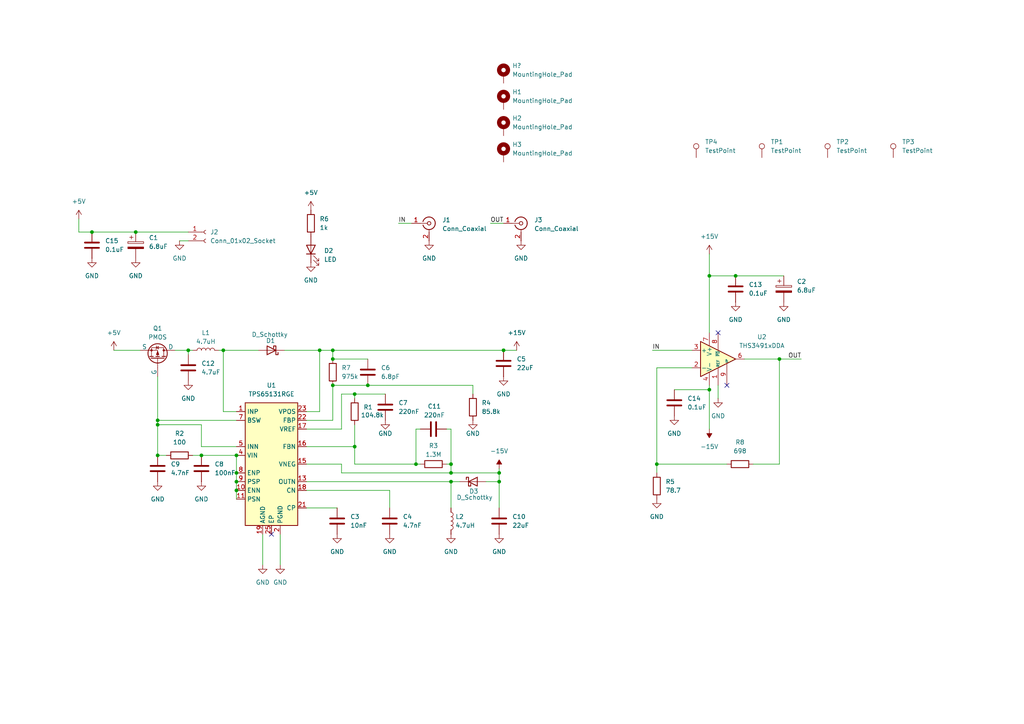
<source format=kicad_sch>
(kicad_sch (version 20250114) (generator "eeschema") (generator_version "9.0")
  (paper "A4")
  (lib_symbols
    (symbol "Amplifier_Operational:THS3491xDDA" (pin_names (offset 0.127))
      (property "Reference" "U" (at 3.81 3.81 0))
      (property "Value" "THS3491xDDA" (at 10.16 -2.54 0))
      (symbol "THS3491xDDA_1_1"
        (polyline (pts (xy -5.08 5.08) (xy 5.08 0) (xy -5.08 -5.08) (xy -5.08 5.08)) (stroke (width 0.254)) (fill (type background)))
        (pin input line (at -7.62 2.54 0) (length 2.54) (name "+") (number "3"))
        (pin input line (at -7.62 -2.54 0) (length 2.54) (name "-") (number "2"))
        (pin no_connect line (at -5.08 0 0) (length 2.54) (hide yes) (name "NC") (number "5"))
        (pin power_in line (at -2.54 7.62 270) (length 3.81) (name "V+") (number "7"))
        (pin power_in line (at -2.54 -7.62 90) (length 3.81) (name "V-") (number "4"))
        (pin input line (at 0 7.62 270) (length 5.08) (name "~{PD}") (number "8"))
        (pin input line (at 0 -7.62 90) (length 5.08) (name "REF") (number "1"))
        (pin passive line (at 2.54 -7.62 90) (length 6.35) (name "EP") (number "9"))
        (pin output line (at 7.62 0 180) (length 2.54) (name "~") (number "6"))
      )
    )
    (symbol "Connector:Conn_01x02_Socket" (pin_names (offset 1.016) (hide yes))
      (property "Reference" "J" (at 0 2.54 0))
      (property "Value" "Conn_01x02_Socket" (at 0 -5.08 0))
      (symbol "Conn_01x02_Socket_1_1"
        (polyline (pts (xy -1.27 0) (xy -0.508 0)) (stroke (width 0.1524)))
        (polyline (pts (xy -1.27 -2.54) (xy -0.508 -2.54)) (stroke (width 0.1524)))
        (arc (start 0 -0.508) (mid -0.5058 0) (end 0 0.508) (stroke (width 0.1524)))
        (arc (start 0 -3.048) (mid -0.5058 -2.54) (end 0 -2.032) (stroke (width 0.1524)))
        (pin passive line (at -5.08 0 0) (length 3.81) (name "Pin_1") (number "1"))
        (pin passive line (at -5.08 -2.54 0) (length 3.81) (name "Pin_2") (number "2"))
      )
    )
    (symbol "Connector:Conn_Coaxial" (pin_names (offset 1.016) (hide yes))
      (property "Reference" "J" (at 0.254 3.048 0))
      (property "Value" "Conn_Coaxial" (at 2.921 0 90))
      (symbol "Conn_Coaxial_0_1"
        (polyline (pts (xy -2.54 0) (xy -0.508 0)))
        (arc (start 1.778 0) (mid 0.222 -1.8079) (end -1.778 -0.508) (stroke (width 0.254)))
        (arc (start -1.778 0.508) (mid 0.2221 1.8084) (end 1.778 0) (stroke (width 0.254)))
        (circle (center 0 0) (radius 0.508) (stroke (width 0.2032)))
        (polyline (pts (xy 0 -2.54) (xy 0 -1.778)))
      )
      (symbol "Conn_Coaxial_1_1"
        (pin passive line (at -5.08 0 0) (length 2.54) (name "In") (number "1"))
        (pin passive line (at 0 -5.08 90) (length 2.54) (name "Ext") (number "2"))
      )
    )
    (symbol "Connector:TestPoint" (pin_numbers (hide yes)) (pin_names (offset 0.762) (hide yes))
      (property "Reference" "TP" (at 0 6.858 0))
      (property "Value" "TestPoint" (at 0 5.08 0))
      (symbol "TestPoint_0_1"
        (circle (center 0 3.302) (radius 0.762))
      )
      (symbol "TestPoint_1_1"
        (pin passive line (at 0 0 90) (length 2.54) (name "1") (number "1"))
      )
    )
    (symbol "Device:C" (pin_numbers (hide yes)) (pin_names (offset 0.254))
      (property "Reference" "C" (at 0.635 2.54 0))
      (property "Value" "C" (at 0.635 -2.54 0))
      (symbol "C_0_1"
        (polyline (pts (xy -2.032 0.762) (xy 2.032 0.762)) (stroke (width 0.508)))
        (polyline (pts (xy -2.032 -0.762) (xy 2.032 -0.762)) (stroke (width 0.508)))
      )
      (symbol "C_1_1"
        (pin passive line (at 0 3.81 270) (length 2.794) (name "~") (number "1"))
        (pin passive line (at 0 -3.81 90) (length 2.794) (name "~") (number "2"))
      )
    )
    (symbol "Device:C_Polarized" (pin_numbers (hide yes)) (pin_names (offset 0.254))
      (property "Reference" "C" (at 0.635 2.54 0))
      (property "Value" "C_Polarized" (at 0.635 -2.54 0))
      (symbol "C_Polarized_0_1"
        (rectangle (start -2.286 0.508) (end 2.286 1.016))
        (polyline (pts (xy -1.778 2.286) (xy -0.762 2.286)))
        (polyline (pts (xy -1.27 2.794) (xy -1.27 1.778)))
        (rectangle (start 2.286 -0.508) (end -2.286 -1.016) (fill (type outline)))
      )
      (symbol "C_Polarized_1_1"
        (pin passive line (at 0 3.81 270) (length 2.794) (name "~") (number "1"))
        (pin passive line (at 0 -3.81 90) (length 2.794) (name "~") (number "2"))
      )
    )
    (symbol "Device:D_Schottky" (pin_numbers (hide yes)) (pin_names (offset 1.016) (hide yes))
      (property "Reference" "D" (at 0 2.54 0))
      (property "Value" "D_Schottky" (at 0 -2.54 0))
      (symbol "D_Schottky_0_1"
        (polyline (pts (xy -1.905 0.635) (xy -1.905 1.27) (xy -1.27 1.27) (xy -1.27 -1.27) (xy -0.635 -1.27) (xy -0.635 -0.635)) (stroke (width 0.254)))
        (polyline (pts (xy 1.27 1.27) (xy 1.27 -1.27) (xy -1.27 0) (xy 1.27 1.27)) (stroke (width 0.254)))
        (polyline (pts (xy 1.27 0) (xy -1.27 0)))
      )
      (symbol "D_Schottky_1_1"
        (pin passive line (at -3.81 0 0) (length 2.54) (name "K") (number "1"))
        (pin passive line (at 3.81 0 180) (length 2.54) (name "A") (number "2"))
      )
    )
    (symbol "Device:L" (pin_numbers (hide yes)) (pin_names (offset 1.016) (hide yes))
      (property "Reference" "L" (at -1.27 0 90))
      (property "Value" "L" (at 1.905 0 90))
      (symbol "L_0_1"
        (arc (start 0 2.54) (mid 0.6323 1.905) (end 0 1.27))
        (arc (start 0 1.27) (mid 0.6323 0.635) (end 0 0))
        (arc (start 0 0) (mid 0.6323 -0.635) (end 0 -1.27))
        (arc (start 0 -1.27) (mid 0.6323 -1.905) (end 0 -2.54))
      )
      (symbol "L_1_1"
        (pin passive line (at 0 3.81 270) (length 1.27) (name "1") (number "1"))
        (pin passive line (at 0 -3.81 90) (length 1.27) (name "2") (number "2"))
      )
    )
    (symbol "Device:LED" (pin_numbers (hide yes)) (pin_names (offset 1.016) (hide yes))
      (property "Reference" "D" (at 0 2.54 0))
      (property "Value" "LED" (at 0 -2.54 0))
      (symbol "LED_0_1"
        (polyline (pts (xy -3.048 -0.762) (xy -4.572 -2.286) (xy -3.81 -2.286) (xy -4.572 -2.286) (xy -4.572 -1.524)))
        (polyline (pts (xy -1.778 -0.762) (xy -3.302 -2.286) (xy -2.54 -2.286) (xy -3.302 -2.286) (xy -3.302 -1.524)))
        (polyline (pts (xy -1.27 0) (xy 1.27 0)))
        (polyline (pts (xy -1.27 -1.27) (xy -1.27 1.27)) (stroke (width 0.254)))
        (polyline (pts (xy 1.27 -1.27) (xy 1.27 1.27) (xy -1.27 0) (xy 1.27 -1.27)) (stroke (width 0.254)))
      )
      (symbol "LED_1_1"
        (pin passive line (at -3.81 0 0) (length 2.54) (name "K") (number "1"))
        (pin passive line (at 3.81 0 180) (length 2.54) (name "A") (number "2"))
      )
    )
    (symbol "Device:R" (pin_numbers (hide yes)) (pin_names (offset 0))
      (property "Reference" "R" (at 2.032 0 90))
      (property "Value" "R" (at 0 0 90))
      (symbol "R_0_1"
        (rectangle (start -1.016 -2.54) (end 1.016 2.54) (stroke (width 0.254)))
      )
      (symbol "R_1_1"
        (pin passive line (at 0 3.81 270) (length 1.27) (name "~") (number "1"))
        (pin passive line (at 0 -3.81 90) (length 1.27) (name "~") (number "2"))
      )
    )
    (symbol "Mechanical:MountingHole_Pad" (pin_numbers (hide yes)) (pin_names (offset 1.016) (hide yes)) (in_bom no)
      (property "Reference" "H" (at 0 6.35 0))
      (property "Value" "MountingHole_Pad" (at 0 4.445 0))
      (symbol "MountingHole_Pad_0_1"
        (circle (center 0 1.27) (radius 1.27) (stroke (width 1.27)))
      )
      (symbol "MountingHole_Pad_1_1"
        (pin input line (at 0 -2.54 90) (length 2.54) (name "1") (number "1"))
      )
    )
    (symbol "Regulator_Switching:TPS65131RGE"
      (property "Reference" "U" (at -6.858 21.082 0))
      (property "Value" "TPS65131RGE" (at -1.016 19.05 0))
      (symbol "TPS65131RGE_0_1"
        (rectangle (start -7.62 17.78) (end 7.62 -17.78) (stroke (width 0.254)) (fill (type background)))
      )
      (symbol "TPS65131RGE_1_1"
        (pin input line (at -10.16 15.24 0) (length 2.54) (name "INP") (number "1"))
        (pin input line (at -10.16 15.24 0) (length 2.54) (hide yes) (name "INP") (number "24"))
        (pin output line (at -10.16 12.7 0) (length 2.54) (name "BSW") (number "7"))
        (pin input line (at -10.16 5.08 0) (length 2.54) (name "INN") (number "5"))
        (pin input line (at -10.16 5.08 0) (length 2.54) (hide yes) (name "INN") (number "6"))
        (pin power_in line (at -10.16 2.54 0) (length 2.54) (name "VIN") (number "4"))
        (pin input line (at -10.16 -2.54 0) (length 2.54) (name "ENP") (number "8"))
        (pin input line (at -10.16 -5.08 0) (length 2.54) (name "PSP") (number "9"))
        (pin input line (at -10.16 -7.62 0) (length 2.54) (name "ENN") (number "10"))
        (pin input line (at -10.16 -10.16 0) (length 2.54) (name "PSN") (number "11"))
        (pin no_connect line (at -7.62 10.16 0) (length 2.54) (hide yes) (name "NC") (number "20"))
        (pin no_connect line (at -7.62 7.62 0) (length 2.54) (hide yes) (name "NC") (number "12"))
        (pin power_in line (at -2.54 -20.32 90) (length 2.54) (name "AGND") (number "19"))
        (pin passive line (at 0 -20.32 90) (length 2.54) (name "EP") (number "25"))
        (pin power_in line (at 2.54 -20.32 90) (length 2.54) (name "PGND") (number "2"))
        (pin passive line (at 2.54 -20.32 90) (length 2.54) (hide yes) (name "PGND") (number "3"))
        (pin input line (at 10.16 15.24 180) (length 2.54) (name "VPOS") (number "23"))
        (pin input line (at 10.16 12.7 180) (length 2.54) (name "FBP") (number "22"))
        (pin output line (at 10.16 10.16 180) (length 2.54) (name "VREF") (number "17"))
        (pin input line (at 10.16 5.08 180) (length 2.54) (name "FBN") (number "16"))
        (pin input line (at 10.16 0 180) (length 2.54) (name "VNEG") (number "15"))
        (pin output line (at 10.16 -5.08 180) (length 2.54) (name "OUTN") (number "13"))
        (pin passive line (at 10.16 -5.08 180) (length 2.54) (hide yes) (name "OUTN") (number "14"))
        (pin passive line (at 10.16 -7.62 180) (length 2.54) (name "CN") (number "18"))
        (pin passive line (at 10.16 -12.7 180) (length 2.54) (name "CP") (number "21"))
      )
    )
    (symbol "Simulation_SPICE:PMOS" (pin_numbers (hide yes)) (pin_names (offset 0))
      (property "Reference" "Q" (at 5.08 1.27 0))
      (property "Value" "PMOS" (at 5.08 -1.27 0))
      (symbol "PMOS_0_1"
        (polyline (pts (xy 0.254 1.905) (xy 0.254 -1.905)) (stroke (width 0.254)))
        (polyline (pts (xy 0.254 0) (xy -2.54 0)))
        (polyline (pts (xy 0.762 2.286) (xy 0.762 1.27)) (stroke (width 0.254)))
        (polyline (pts (xy 0.762 1.778) (xy 3.302 1.778) (xy 3.302 -1.778) (xy 0.762 -1.778)))
        (polyline (pts (xy 0.762 0.508) (xy 0.762 -0.508)) (stroke (width 0.254)))
        (polyline (pts (xy 0.762 -1.27) (xy 0.762 -2.286)) (stroke (width 0.254)))
        (circle (center 1.651 0) (radius 2.794) (stroke (width 0.254)))
        (polyline (pts (xy 2.286 0) (xy 1.27 0.381) (xy 1.27 -0.381) (xy 2.286 0)) (fill (type outline)))
        (polyline (pts (xy 2.54 2.54) (xy 2.54 1.778)))
        (circle (center 2.54 1.778) (radius 0.254) (fill (type outline)))
        (circle (center 2.54 -1.778) (radius 0.254) (fill (type outline)))
        (polyline (pts (xy 2.54 -2.54) (xy 2.54 0) (xy 0.762 0)))
        (polyline (pts (xy 2.794 -0.508) (xy 2.921 -0.381) (xy 3.683 -0.381) (xy 3.81 -0.254)))
        (polyline (pts (xy 3.302 -0.381) (xy 2.921 0.254) (xy 3.683 0.254) (xy 3.302 -0.381)))
      )
      (symbol "PMOS_1_1"
        (pin input line (at -5.08 0 0) (length 2.54) (name "G") (number "2"))
        (pin passive line (at 2.54 5.08 270) (length 2.54) (name "D") (number "1"))
        (pin passive line (at 2.54 -5.08 90) (length 2.54) (name "S") (number "3"))
      )
    )
    (symbol "power:+15V" (power) (pin_numbers (hide yes)) (pin_names (offset 0) (hide yes))
      (property "Value" "+15V" (at 0 3.556 0))
      (symbol "+15V_0_1"
        (polyline (pts (xy -0.762 1.27) (xy 0 2.54)))
        (polyline (pts (xy 0 2.54) (xy 0.762 1.27)))
        (polyline (pts (xy 0 0) (xy 0 2.54)))
      )
      (symbol "+15V_1_1"
        (pin power_in line (at 0 0 90) (length 0) (name "~") (number "1"))
      )
    )
    (symbol "power:+5V" (power) (pin_numbers (hide yes)) (pin_names (offset 0) (hide yes))
      (property "Value" "+5V" (at 0 3.556 0))
      (symbol "+5V_0_1"
        (polyline (pts (xy -0.762 1.27) (xy 0 2.54)))
        (polyline (pts (xy 0 2.54) (xy 0.762 1.27)))
        (polyline (pts (xy 0 0) (xy 0 2.54)))
      )
      (symbol "+5V_1_1"
        (pin power_in line (at 0 0 90) (length 0) (name "~") (number "1"))
      )
    )
    (symbol "power:-15V" (power) (pin_numbers (hide yes)) (pin_names (offset 0) (hide yes))
      (property "Value" "-15V" (at 0 3.556 0))
      (symbol "-15V_0_0"
        (pin power_in line (at 0 0 90) (length 0) (name "~") (number "1"))
      )
      (symbol "-15V_0_1"
        (polyline (pts (xy 0 0) (xy 0 1.27) (xy 0.762 1.27) (xy 0 2.54) (xy -0.762 1.27) (xy 0 1.27)) (fill (type outline)))
      )
    )
    (symbol "power:GND" (power) (pin_numbers (hide yes)) (pin_names (offset 0) (hide yes))
      (property "Value" "GND" (at 0 -3.81 0))
      (symbol "GND_0_1"
        (polyline (pts (xy 0 0) (xy 0 -1.27) (xy 1.27 -1.27) (xy 0 -2.54) (xy -1.27 -1.27) (xy 0 -1.27)))
      )
      (symbol "GND_1_1"
        (pin power_in line (at 0 0 270) (length 0) (name "~") (number "1"))
      )
    )
  )
  (junction (at 190.5 134.62))
  (junction (at 92.71 101.6))
  (junction (at 45.72 132.08))
  (junction (at 64.77 101.6))
  (junction (at 144.78 137.16))
  (junction (at 96.52 111.76))
  (junction (at 96.52 104.14))
  (junction (at 120.65 134.62))
  (junction (at 45.72 121.92))
  (junction (at 146.05 101.6))
  (junction (at 205.74 113.03))
  (junction (at 68.58 139.7))
  (junction (at 226.06 104.14))
  (junction (at 130.81 134.62))
  (junction (at 39.37 67.31))
  (junction (at 26.67 67.31))
  (junction (at 102.87 114.3))
  (junction (at 144.78 139.7))
  (junction (at 102.87 129.54))
  (junction (at 96.52 101.6))
  (junction (at 130.81 137.16))
  (junction (at 54.61 101.6))
  (junction (at 106.68 111.76))
  (junction (at 205.74 80.01))
  (junction (at 213.36 80.01))
  (junction (at 130.81 139.7))
  (junction (at 68.58 132.08))
  (junction (at 58.42 132.08))
  (junction (at 68.58 142.24))
  (junction (at 45.72 123.19))
  (junction (at 68.58 137.16))
  (no_connect (at 210.82 111.76))
  (no_connect (at 78.74 154.94))
  (no_connect (at 208.28 96.52))
  (wire (pts (xy 140.97 139.7) (xy 144.78 139.7)))
  (wire (pts (xy 45.72 123.19) (xy 58.42 123.19)))
  (wire (pts (xy 45.72 109.22) (xy 45.72 121.92)))
  (wire (pts (xy 190.5 106.68) (xy 200.66 106.68)))
  (wire (pts (xy 218.44 134.62) (xy 226.06 134.62)))
  (wire (pts (xy 45.72 121.92) (xy 45.72 123.19)))
  (wire (pts (xy 96.52 111.76) (xy 96.52 121.92)))
  (wire (pts (xy 130.81 139.7) (xy 133.35 139.7)))
  (wire (pts (xy 205.74 111.76) (xy 205.74 113.03)))
  (wire (pts (xy 195.58 113.03) (xy 205.74 113.03)))
  (wire (pts (xy 26.67 67.31) (xy 39.37 67.31)))
  (wire (pts (xy 92.71 101.6) (xy 96.52 101.6)))
  (wire (pts (xy 144.78 139.7) (xy 144.78 147.32)))
  (wire (pts (xy 99.06 114.3) (xy 102.87 114.3)))
  (wire (pts (xy 120.65 124.46) (xy 120.65 134.62)))
  (wire (pts (xy 102.87 134.62) (xy 120.65 134.62)))
  (wire (pts (xy 39.37 67.31) (xy 54.61 67.31)))
  (wire (pts (xy 45.72 123.19) (xy 45.72 132.08)))
  (wire (pts (xy 130.81 124.46) (xy 130.81 134.62)))
  (wire (pts (xy 68.58 132.08) (xy 68.58 137.16)))
  (wire (pts (xy 64.77 101.6) (xy 64.77 119.38)))
  (wire (pts (xy 82.55 101.6) (xy 92.71 101.6)))
  (wire (pts (xy 58.42 123.19) (xy 58.42 129.54)))
  (wire (pts (xy 130.81 124.46) (xy 129.54 124.46)))
  (wire (pts (xy 96.52 121.92) (xy 88.9 121.92)))
  (wire (pts (xy 189.23 101.6) (xy 200.66 101.6)))
  (wire (pts (xy 99.06 137.16) (xy 130.81 137.16)))
  (wire (pts (xy 102.87 115.57) (xy 102.87 114.3)))
  (wire (pts (xy 130.81 134.62) (xy 130.81 137.16)))
  (wire (pts (xy 45.72 132.08) (xy 48.26 132.08)))
  (wire (pts (xy 88.9 139.7) (xy 130.81 139.7)))
  (wire (pts (xy 190.5 134.62) (xy 190.5 137.16)))
  (wire (pts (xy 129.54 134.62) (xy 130.81 134.62)))
  (wire (pts (xy 137.16 111.76) (xy 137.16 114.3)))
  (wire (pts (xy 121.92 134.62) (xy 120.65 134.62)))
  (wire (pts (xy 64.77 119.38) (xy 68.58 119.38)))
  (wire (pts (xy 205.74 73.66) (xy 205.74 80.01)))
  (wire (pts (xy 144.78 135.89) (xy 144.78 137.16)))
  (wire (pts (xy 52.07 69.85) (xy 54.61 69.85)))
  (wire (pts (xy 146.05 101.6) (xy 149.86 101.6)))
  (wire (pts (xy 144.78 137.16) (xy 144.78 139.7)))
  (wire (pts (xy 190.5 134.62) (xy 210.82 134.62)))
  (wire (pts (xy 208.28 115.57) (xy 208.28 111.76)))
  (wire (pts (xy 113.03 142.24) (xy 113.03 147.32)))
  (wire (pts (xy 55.88 101.6) (xy 54.61 101.6)))
  (wire (pts (xy 102.87 123.19) (xy 102.87 129.54)))
  (wire (pts (xy 106.68 111.76) (xy 137.16 111.76)))
  (wire (pts (xy 205.74 80.01) (xy 213.36 80.01)))
  (wire (pts (xy 226.06 104.14) (xy 226.06 134.62)))
  (wire (pts (xy 81.28 154.94) (xy 81.28 163.83)))
  (wire (pts (xy 45.72 121.92) (xy 68.58 121.92)))
  (wire (pts (xy 68.58 139.7) (xy 68.58 142.24)))
  (wire (pts (xy 130.81 137.16) (xy 144.78 137.16)))
  (wire (pts (xy 54.61 101.6) (xy 54.61 102.87)))
  (wire (pts (xy 215.9 104.14) (xy 226.06 104.14)))
  (wire (pts (xy 102.87 114.3) (xy 111.76 114.3)))
  (wire (pts (xy 130.81 139.7) (xy 130.81 147.32)))
  (wire (pts (xy 63.5 101.6) (xy 64.77 101.6)))
  (wire (pts (xy 121.92 124.46) (xy 120.65 124.46)))
  (wire (pts (xy 33.02 101.6) (xy 40.64 101.6)))
  (wire (pts (xy 213.36 80.01) (xy 227.33 80.01)))
  (wire (pts (xy 96.52 101.6) (xy 146.05 101.6)))
  (wire (pts (xy 115.57 64.77) (xy 119.38 64.77)))
  (wire (pts (xy 92.71 101.6) (xy 92.71 119.38)))
  (wire (pts (xy 88.9 142.24) (xy 113.03 142.24)))
  (wire (pts (xy 99.06 114.3) (xy 99.06 124.46)))
  (wire (pts (xy 92.71 119.38) (xy 88.9 119.38)))
  (wire (pts (xy 58.42 129.54) (xy 68.58 129.54)))
  (wire (pts (xy 205.74 80.01) (xy 205.74 96.52)))
  (wire (pts (xy 99.06 134.62) (xy 88.9 134.62)))
  (wire (pts (xy 96.52 104.14) (xy 106.68 104.14)))
  (wire (pts (xy 50.8 101.6) (xy 54.61 101.6)))
  (wire (pts (xy 88.9 129.54) (xy 102.87 129.54)))
  (wire (pts (xy 68.58 137.16) (xy 68.58 139.7)))
  (wire (pts (xy 205.74 113.03) (xy 205.74 124.46)))
  (wire (pts (xy 96.52 111.76) (xy 106.68 111.76)))
  (wire (pts (xy 68.58 142.24) (xy 68.58 144.78)))
  (wire (pts (xy 64.77 101.6) (xy 74.93 101.6)))
  (wire (pts (xy 76.2 154.94) (xy 76.2 163.83)))
  (wire (pts (xy 102.87 129.54) (xy 102.87 134.62)))
  (wire (pts (xy 22.86 67.31) (xy 26.67 67.31)))
  (wire (pts (xy 190.5 106.68) (xy 190.5 134.62)))
  (wire (pts (xy 58.42 132.08) (xy 68.58 132.08)))
  (wire (pts (xy 99.06 124.46) (xy 88.9 124.46)))
  (wire (pts (xy 55.88 132.08) (xy 58.42 132.08)))
  (wire (pts (xy 142.24 64.77) (xy 146.05 64.77)))
  (wire (pts (xy 22.86 63.5) (xy 22.86 67.31)))
  (wire (pts (xy 226.06 104.14) (xy 232.41 104.14)))
  (wire (pts (xy 88.9 147.32) (xy 97.79 147.32)))
  (wire (pts (xy 99.06 137.16) (xy 99.06 134.62)))
  (wire (pts (xy 96.52 101.6) (xy 96.52 104.14)))
  (label "OUT" (at 232.41 104.14 180))
  (label "IN" (at 189.23 101.6 0))
  (label "OUT" (at 142.24 64.77 0))
  (label "IN" (at 115.57 64.77 0))
  (symbol (lib_id "power:-15V") (at 205.74 124.46 180) (unit 1)
    (property "Reference" "#PWR05" (effects (hide yes)))
    (property "Value" "-15V" (at 205.74 129.54 0))
    (property "Description" "Power symbol creates a global label with name \"-15V\"" (effects (hide yes)))
  )
  (symbol (lib_id "Device:C_Polarized") (at 227.33 83.82 0) (unit 1)
    (property "Reference" "C2" (at 231.14 81.6609 0) (effects (justify left)))
    (property "Value" "6.8uF" (at 231.14 84.2009 0) (effects (justify left)))
    (property "Description" "Polarized capacitor" (effects (hide yes)))
  )
  (symbol (lib_id "Device:R") (at 137.16 118.11 0) (unit 1)
    (property "Reference" "R4" (at 139.7 116.8399 0) (effects (justify left)))
    (property "Value" "85.8k" (at 139.7 119.3799 0) (effects (justify left)))
    (property "Footprint" "Resistor_SMD:R_0603_1608Metric_Pad0.98x0.95mm_HandSolder" (effects (hide yes)))
    (property "Description" "Resistor" (effects (hide yes)))
  )
  (symbol (lib_id "Device:R") (at 190.5 140.97 180) (unit 1)
    (property "Reference" "R5" (at 193.04 139.6999 0) (effects (justify right)))
    (property "Value" "78.7" (at 193.04 142.2399 0) (effects (justify right)))
    (property "Footprint" "Resistor_SMD:R_0603_1608Metric_Pad0.98x0.95mm_HandSolder" (effects (hide yes)))
    (property "Description" "Resistor" (effects (hide yes)))
  )
  (symbol (lib_id "power:GND") (at 97.79 154.94 0) (unit 1)
    (property "Reference" "#PWR011" (effects (hide yes)))
    (property "Value" "GND" (at 97.79 160.02 0))
    (property "Description" "Power symbol creates a global label with name \"GND\" , ground" (effects (hide yes)))
  )
  (symbol (lib_id "power:+5V") (at 22.86 63.5 0) (unit 1)
    (property "Reference" "#PWR01" (effects (hide yes)))
    (property "Value" "+5V" (at 22.86 58.42 0))
    (property "Description" "Power symbol creates a global label with name \"+5V\"" (effects (hide yes)))
  )
  (symbol (lib_id "Device:C") (at 106.68 107.95 0) (unit 1)
    (property "Reference" "C6" (at 110.49 106.6799 0) (effects (justify left)))
    (property "Value" "6.8pF" (at 110.49 109.2199 0) (effects (justify left)))
    (property "Footprint" "Capacitor_SMD:C_0603_1608Metric" (effects (hide yes)))
    (property "Description" "Unpolarized capacitor" (effects (hide yes)))
  )
  (symbol (lib_id "power:-15V") (at 144.78 135.89 0) (unit 1)
    (property "Reference" "#PWR019" (effects (hide yes)))
    (property "Value" "-15V" (at 144.78 130.81 0))
    (property "Description" "Power symbol creates a global label with name \"-15V\"" (effects (hide yes)))
  )
  (symbol (lib_id "Device:C") (at 125.73 124.46 90) (unit 1)
    (property "Reference" "C11" (at 125.984 117.856 90))
    (property "Value" "220nF" (at 125.984 120.396 90))
    (property "Footprint" "Capacitor_SMD:C_0603_1608Metric" (effects (hide yes)))
    (property "Description" "Unpolarized capacitor" (effects (hide yes)))
  )
  (symbol (lib_id "Connector:TestPoint") (at 201.93 45.72 0) (unit 1)
    (property "Reference" "TP4" (at 204.47 41.1479 0) (effects (justify left)))
    (property "Value" "TestPoint" (at 204.47 43.6879 0) (effects (justify left)))
    (property "Description" "test point" (effects (hide yes)))
  )
  (symbol (lib_id "Mechanical:MountingHole_Pad") (at 146.05 44.45 0) (unit 1) (in_bom no)
    (property "Reference" "H3" (at 148.59 41.9099 0) (effects (justify left)))
    (property "Value" "MountingHole_Pad" (at 148.59 44.4499 0) (effects (justify left)))
    (property "Description" "Mounting Hole with connection" (effects (hide yes)))
  )
  (symbol (lib_id "Device:D_Schottky") (at 137.16 139.7 0) (unit 1)
    (property "Reference" "D3" (at 137.414 142.494 0))
    (property "Value" "D_Schottky" (at 137.668 144.272 0))
    (property "Description" "Schottky diode" (effects (hide yes)))
  )
  (symbol (lib_id "power:+5V") (at 90.17 60.96 0) (unit 1)
    (property "Reference" "#PWR030" (effects (hide yes)))
    (property "Value" "+5V" (at 90.17 55.88 0))
    (property "Description" "Power symbol creates a global label with name \"+5V\"" (effects (hide yes)))
  )
  (symbol (lib_id "power:GND") (at 190.5 144.78 0) (unit 1)
    (property "Reference" "#PWR024" (effects (hide yes)))
    (property "Value" "GND" (at 190.5 149.86 0))
    (property "Description" "Power symbol creates a global label with name \"GND\" , ground" (effects (hide yes)))
  )
  (symbol (lib_id "Device:D_Schottky") (at 78.74 101.6 180) (unit 1)
    (property "Reference" "D1" (at 78.486 98.806 0))
    (property "Value" "D_Schottky" (at 78.232 97.028 0))
    (property "Description" "Schottky diode" (effects (hide yes)))
  )
  (symbol (lib_id "power:GND") (at 144.78 154.94 0) (unit 1)
    (property "Reference" "#PWR018" (effects (hide yes)))
    (property "Value" "GND" (at 144.78 160.02 0))
    (property "Description" "Power symbol creates a global label with name \"GND\" , ground" (effects (hide yes)))
  )
  (symbol (lib_id "Mechanical:MountingHole_Pad") (at 146.05 36.83 0) (unit 1) (in_bom no)
    (property "Reference" "H2" (at 148.59 34.2899 0) (effects (justify left)))
    (property "Value" "MountingHole_Pad" (at 148.59 36.8299 0) (effects (justify left)))
    (property "Description" "Mounting Hole with connection" (effects (hide yes)))
  )
  (symbol (lib_id "power:+5V") (at 33.02 101.6 0) (unit 1)
    (property "Reference" "#PWR08" (effects (hide yes)))
    (property "Value" "+5V" (at 33.02 96.52 0))
    (property "Description" "Power symbol creates a global label with name \"+5V\"" (effects (hide yes)))
  )
  (symbol (lib_id "Device:C") (at 54.61 106.68 0) (unit 1)
    (property "Reference" "C12" (at 58.42 105.4099 0) (effects (justify left)))
    (property "Value" "4.7uF" (at 58.42 107.9499 0) (effects (justify left)))
    (property "Description" "Unpolarized capacitor" (effects (hide yes)))
  )
  (symbol (lib_id "power:GND") (at 54.61 110.49 0) (unit 1)
    (property "Reference" "#PWR020" (effects (hide yes)))
    (property "Value" "GND" (at 54.61 115.57 0))
    (property "Description" "Power symbol creates a global label with name \"GND\" , ground" (effects (hide yes)))
  )
  (symbol (lib_id "Connector:Conn_Coaxial") (at 151.13 64.77 0) (unit 1)
    (property "Reference" "J3" (at 154.94 63.7931 0) (effects (justify left)))
    (property "Value" "Conn_Coaxial" (at 154.94 66.3331 0) (effects (justify left)))
    (property "Footprint" "Connector_Coaxial:SMA_Amphenol_132134-14_Vertical" (effects (hide yes)))
    (property "Description" "coaxial connector (BNC, SMA, SMB, SMC, Cinch/RCA, LEMO, ...)" (effects (hide yes)))
  )
  (symbol (lib_id "power:+15V") (at 205.74 73.66 0) (unit 1)
    (property "Reference" "#PWR025" (effects (hide yes)))
    (property "Value" "+15V" (at 205.74 68.58 0))
    (property "Description" "Power symbol creates a global label with name \"+15V\"" (effects (hide yes)))
  )
  (symbol (lib_id "Device:R") (at 96.52 107.95 0) (unit 1)
    (property "Reference" "R7" (at 99.06 106.6799 0) (effects (justify left)))
    (property "Value" "975k" (at 99.06 109.2199 0) (effects (justify left)))
    (property "Footprint" "Resistor_SMD:R_0603_1608Metric_Pad0.98x0.95mm_HandSolder" (effects (hide yes)))
    (property "Description" "Resistor" (effects (hide yes)))
  )
  (symbol (lib_id "power:GND") (at 208.28 115.57 0) (unit 1)
    (property "Reference" "#PWR06" (effects (hide yes)))
    (property "Value" "GND" (at 208.28 120.65 0))
    (property "Description" "Power symbol creates a global label with name \"GND\" , ground" (effects (hide yes)))
  )
  (symbol (lib_id "Amplifier_Operational:THS3491xDDA") (at 208.28 104.14 0) (unit 1)
    (property "Reference" "U2" (at 220.98 97.7198 0))
    (property "Value" "THS3491xDDA" (at 220.98 100.2598 0))
    (property "Footprint" "Package_SO:Texas_R-PDSO-G8_EP2.95x4.9mm_Mask2.4x3.1mm" (effects (hide yes)))
    (property "Datasheet" "http://www.ti.com/lit/ds/symlink/ths3491.pdf" (effects (hide yes)))
    (property "Description" "900-MHz, 500-mA High-Power Output Current Feedback Operational Amplifier, SOIC-8" (effects (hide yes)))
  )
  (symbol (lib_id "Device:LED") (at 90.17 72.39 90) (unit 1)
    (property "Reference" "D2" (at 93.98 72.7074 90) (effects (justify right)))
    (property "Value" "LED" (at 93.98 75.2474 90) (effects (justify right)))
    (property "Footprint" "LED_SMD:LED_0603_1608Metric" (effects (hide yes)))
    (property "Description" "Light emitting diode" (effects (hide yes)))
    (property "Sim.Pins" "1=K 2=A" (effects (hide yes)))
  )
  (symbol (lib_id "power:GND") (at 213.36 87.63 0) (unit 1)
    (property "Reference" "#PWR027" (effects (hide yes)))
    (property "Value" "GND" (at 213.36 92.71 0))
    (property "Description" "Power symbol creates a global label with name \"GND\" , ground" (effects (hide yes)))
  )
  (symbol (lib_id "power:GND") (at 81.28 163.83 0) (unit 1)
    (property "Reference" "#PWR09" (effects (hide yes)))
    (property "Value" "GND" (at 81.28 168.91 0))
    (property "Description" "Power symbol creates a global label with name \"GND\" , ground" (effects (hide yes)))
  )
  (symbol (lib_id "Mechanical:MountingHole_Pad") (at 146.05 21.59 0) (unit 1) (in_bom no)
    (property "Reference" "H?" (at 148.59 19.0499 0) (effects (justify left)))
    (property "Value" "MountingHole_Pad" (at 148.59 21.5899 0) (effects (justify left)))
    (property "Description" "Mounting Hole with connection" (effects (hide yes)))
  )
  (symbol (lib_id "Device:L") (at 59.69 101.6 90) (unit 1)
    (property "Reference" "L1" (at 59.69 96.52 90))
    (property "Value" "4.7uH" (at 59.69 99.06 90))
    (property "Description" "Inductor" (effects (hide yes)))
  )
  (symbol (lib_id "Device:R") (at 125.73 134.62 90) (unit 1)
    (property "Reference" "R3" (at 125.73 129.286 90))
    (property "Value" "1.3M" (at 125.73 131.826 90))
    (property "Footprint" "Resistor_SMD:R_0603_1608Metric_Pad0.98x0.95mm_HandSolder" (effects (hide yes)))
    (property "Description" "Resistor" (effects (hide yes)))
  )
  (symbol (lib_id "power:+15V") (at 149.86 101.6 0) (unit 1)
    (property "Reference" "#PWR07" (effects (hide yes)))
    (property "Value" "+15V" (at 149.86 96.52 0))
    (property "Description" "Power symbol creates a global label with name \"+15V\"" (effects (hide yes)))
  )
  (symbol (lib_id "power:GND") (at 76.2 163.83 0) (unit 1)
    (property "Reference" "#PWR010" (effects (hide yes)))
    (property "Value" "GND" (at 76.2 168.91 0))
    (property "Description" "Power symbol creates a global label with name \"GND\" , ground" (effects (hide yes)))
  )
  (symbol (lib_id "Device:C") (at 26.67 71.12 0) (unit 1)
    (property "Reference" "C15" (at 30.48 69.8499 0) (effects (justify left)))
    (property "Value" "0.1uF" (at 30.48 72.3899 0) (effects (justify left)))
    (property "Description" "Unpolarized capacitor" (effects (hide yes)))
  )
  (symbol (lib_id "Mechanical:MountingHole_Pad") (at 146.05 29.21 0) (unit 1) (in_bom no)
    (property "Reference" "H1" (at 148.59 26.6699 0) (effects (justify left)))
    (property "Value" "MountingHole_Pad" (at 148.59 29.2099 0) (effects (justify left)))
    (property "Description" "Mounting Hole with connection" (effects (hide yes)))
  )
  (symbol (lib_id "Device:C") (at 213.36 83.82 0) (unit 1)
    (property "Reference" "C13" (at 217.17 82.5499 0) (effects (justify left)))
    (property "Value" "0.1uF" (at 217.17 85.0899 0) (effects (justify left)))
    (property "Description" "Unpolarized capacitor" (effects (hide yes)))
  )
  (symbol (lib_id "power:GND") (at 227.33 87.63 0) (unit 1)
    (property "Reference" "#PWR026" (effects (hide yes)))
    (property "Value" "GND" (at 227.33 92.71 0))
    (property "Description" "Power symbol creates a global label with name \"GND\" , ground" (effects (hide yes)))
  )
  (symbol (lib_id "Device:C") (at 146.05 105.41 0) (unit 1)
    (property "Reference" "C5" (at 149.86 104.1399 0) (effects (justify left)))
    (property "Value" "22uF" (at 149.86 106.6799 0) (effects (justify left)))
    (property "Description" "Unpolarized capacitor" (effects (hide yes)))
  )
  (symbol (lib_id "power:GND") (at 90.17 76.2 0) (unit 1)
    (property "Reference" "#PWR029" (effects (hide yes)))
    (property "Value" "GND" (at 90.17 81.28 0))
    (property "Description" "Power symbol creates a global label with name \"GND\" , ground" (effects (hide yes)))
  )
  (symbol (lib_id "power:GND") (at 26.67 74.93 0) (unit 1)
    (property "Reference" "#PWR023" (effects (hide yes)))
    (property "Value" "GND" (at 26.67 80.01 0))
    (property "Description" "Power symbol creates a global label with name \"GND\" , ground" (effects (hide yes)))
  )
  (symbol (lib_id "power:GND") (at 45.72 139.7 0) (unit 1)
    (property "Reference" "#PWR016" (effects (hide yes)))
    (property "Value" "GND" (at 45.72 144.78 0))
    (property "Description" "Power symbol creates a global label with name \"GND\" , ground" (effects (hide yes)))
  )
  (symbol (lib_id "Device:R") (at 102.87 119.38 0) (unit 1)
    (property "Reference" "R1" (at 105.41 118.1099 0) (effects (justify left)))
    (property "Value" "104.8k" (at 104.648 120.396 0) (effects (justify left)))
    (property "Footprint" "Resistor_SMD:R_0603_1608Metric_Pad0.98x0.95mm_HandSolder" (effects (hide yes)))
    (property "Description" "Resistor" (effects (hide yes)))
  )
  (symbol (lib_id "power:GND") (at 137.16 121.92 0) (unit 1)
    (property "Reference" "#PWR021" (effects (hide yes)))
    (property "Value" "GND" (at 137.16 125.73 0))
    (property "Description" "Power symbol creates a global label with name \"GND\" , ground" (effects (hide yes)))
  )
  (symbol (lib_id "power:GND") (at 146.05 109.22 0) (unit 1)
    (property "Reference" "#PWR013" (effects (hide yes)))
    (property "Value" "GND" (at 146.05 114.3 0))
    (property "Description" "Power symbol creates a global label with name \"GND\" , ground" (effects (hide yes)))
  )
  (symbol (lib_id "Device:C") (at 144.78 151.13 0) (unit 1)
    (property "Reference" "C10" (at 148.59 149.8599 0) (effects (justify left)))
    (property "Value" "22uF" (at 148.59 152.3999 0) (effects (justify left)))
    (property "Description" "Unpolarized capacitor" (effects (hide yes)))
  )
  (symbol (lib_id "Simulation_SPICE:PMOS") (at 45.72 104.14 270) (mirror x) (unit 1)
    (property "Reference" "Q1" (at 45.72 95.25 90))
    (property "Value" "PMOS" (at 45.72 97.79 90))
    (property "Datasheet" "https://ngspice.sourceforge.io/docs/ngspice-html-manual/manual.xhtml#cha_MOSFETs" (effects (hide yes)))
    (property "Description" "P-MOSFET transistor, drain/source/gate" (effects (hide yes)))
    (property "Sim.Device" "PMOS" (effects (hide yes)))
    (property "Sim.Type" "VDMOS" (effects (hide yes)))
    (property "Sim.Pins" "1=D 2=G 3=S" (effects (hide yes)))
  )
  (symbol (lib_id "Device:C_Polarized") (at 39.37 71.12 0) (unit 1)
    (property "Reference" "C1" (at 43.18 68.9609 0) (effects (justify left)))
    (property "Value" "6.8uF" (at 43.18 71.5009 0) (effects (justify left)))
    (property "Description" "Polarized capacitor" (effects (hide yes)))
  )
  (symbol (lib_id "Device:C") (at 195.58 116.84 0) (unit 1)
    (property "Reference" "C14" (at 199.39 115.5699 0) (effects (justify left)))
    (property "Value" "0.1uF" (at 199.39 118.1099 0) (effects (justify left)))
    (property "Description" "Unpolarized capacitor" (effects (hide yes)))
  )
  (symbol (lib_id "power:GND") (at 113.03 154.94 0) (unit 1)
    (property "Reference" "#PWR012" (effects (hide yes)))
    (property "Value" "GND" (at 113.03 160.02 0))
    (property "Description" "Power symbol creates a global label with name \"GND\" , ground" (effects (hide yes)))
  )
  (symbol (lib_id "power:GND") (at 130.81 154.94 0) (unit 1)
    (property "Reference" "#PWR017" (effects (hide yes)))
    (property "Value" "GND" (at 130.81 160.02 0))
    (property "Description" "Power symbol creates a global label with name \"GND\" , ground" (effects (hide yes)))
  )
  (symbol (lib_id "power:GND") (at 124.46 69.85 0) (unit 1)
    (property "Reference" "#PWR03" (effects (hide yes)))
    (property "Value" "GND" (at 124.46 74.93 0))
    (property "Description" "Power symbol creates a global label with name \"GND\" , ground" (effects (hide yes)))
  )
  (symbol (lib_id "Device:L") (at 130.81 151.13 0) (unit 1)
    (property "Reference" "L2" (at 132.08 149.8599 0) (effects (justify left)))
    (property "Value" "4.7uH" (at 132.08 152.3999 0) (effects (justify left)))
    (property "Description" "Inductor" (effects (hide yes)))
  )
  (symbol (lib_id "Regulator_Switching:TPS65131RGE") (at 78.74 134.62 0) (unit 1)
    (property "Reference" "U1" (at 78.74 111.76 0))
    (property "Value" "TPS65131RGE" (at 78.74 114.3 0))
    (property "Footprint" "Package_DFN_QFN:VQFN-24-1EP_4x4mm_P0.5mm_EP2.45x2.45mm_ThermalVias" (effects (hide yes)))
    (property "Datasheet" "http://www.ti.com/lit/ds/symlink/tps65130.pdf" (effects (hide yes)))
    (property "Description" "Split-Rail Converter with Dual, Positive and Negative Outputs (750mA typ, Switch Current Limit 1950mA typ),), 2.7-5.5V, VQFN-24" (effects (hide yes)))
  )
  (symbol (lib_id "Device:R") (at 52.07 132.08 90) (unit 1)
    (property "Reference" "R2" (at 52.07 125.73 90))
    (property "Value" "100" (at 52.07 128.27 90))
    (property "Footprint" "Resistor_SMD:R_0603_1608Metric_Pad0.98x0.95mm_HandSolder" (effects (hide yes)))
    (property "Description" "Resistor" (effects (hide yes)))
  )
  (symbol (lib_id "Connector:Conn_01x02_Socket") (at 59.69 67.31 0) (unit 1)
    (property "Reference" "J2" (at 60.96 67.3099 0) (effects (justify left)))
    (property "Value" "Conn_01x02_Socket" (at 60.96 69.8499 0) (effects (justify left)))
    (property "Footprint" "Connector_PinHeader_1.00mm:PinHeader_1x02_P1.00mm_Vertical" (effects (hide yes)))
    (property "Description" "Generic connector, single row, 01x02, script generated" (effects (hide yes)))
  )
  (symbol (lib_id "Connector:Conn_Coaxial") (at 124.46 64.77 0) (unit 1)
    (property "Reference" "J1" (at 128.27 63.7931 0) (effects (justify left)))
    (property "Value" "Conn_Coaxial" (at 128.27 66.3331 0) (effects (justify left)))
    (property "Footprint" "Connector_Coaxial:SMA_Amphenol_132134-14_Vertical" (effects (hide yes)))
    (property "Description" "coaxial connector (BNC, SMA, SMB, SMC, Cinch/RCA, LEMO, ...)" (effects (hide yes)))
  )
  (symbol (lib_id "power:GND") (at 58.42 139.7 0) (unit 1)
    (property "Reference" "#PWR015" (effects (hide yes)))
    (property "Value" "GND" (at 58.42 144.78 0))
    (property "Description" "Power symbol creates a global label with name \"GND\" , ground" (effects (hide yes)))
  )
  (symbol (lib_id "Device:C") (at 58.42 135.89 0) (unit 1)
    (property "Reference" "C8" (at 62.23 134.6199 0) (effects (justify left)))
    (property "Value" "100nF" (at 62.23 137.1599 0) (effects (justify left)))
    (property "Footprint" "Capacitor_SMD:C_0603_1608Metric" (effects (hide yes)))
    (property "Description" "Unpolarized capacitor" (effects (hide yes)))
  )
  (symbol (lib_id "power:GND") (at 151.13 69.85 0) (unit 1)
    (property "Reference" "#PWR04" (effects (hide yes)))
    (property "Value" "GND" (at 151.13 74.93 0))
    (property "Description" "Power symbol creates a global label with name \"GND\" , ground" (effects (hide yes)))
  )
  (symbol (lib_id "Device:R") (at 214.63 134.62 90) (unit 1)
    (property "Reference" "R8" (at 214.63 128.27 90))
    (property "Value" "698" (at 214.63 130.81 90))
    (property "Footprint" "Resistor_SMD:R_0603_1608Metric_Pad0.98x0.95mm_HandSolder" (effects (hide yes)))
    (property "Description" "Resistor" (effects (hide yes)))
  )
  (symbol (lib_id "Device:C") (at 45.72 135.89 0) (unit 1)
    (property "Reference" "C9" (at 49.53 134.6199 0) (effects (justify left)))
    (property "Value" "4.7nF" (at 49.53 137.1599 0) (effects (justify left)))
    (property "Footprint" "Capacitor_SMD:C_0603_1608Metric" (effects (hide yes)))
    (property "Description" "Unpolarized capacitor" (effects (hide yes)))
  )
  (symbol (lib_id "Connector:TestPoint") (at 220.98 45.72 0) (unit 1)
    (property "Reference" "TP1" (at 223.52 41.1479 0) (effects (justify left)))
    (property "Value" "TestPoint" (at 223.52 43.6879 0) (effects (justify left)))
    (property "Description" "test point" (effects (hide yes)))
  )
  (symbol (lib_id "power:GND") (at 39.37 74.93 0) (unit 1)
    (property "Reference" "#PWR022" (effects (hide yes)))
    (property "Value" "GND" (at 39.37 80.01 0))
    (property "Description" "Power symbol creates a global label with name \"GND\" , ground" (effects (hide yes)))
  )
  (symbol (lib_id "Device:C") (at 111.76 118.11 0) (unit 1)
    (property "Reference" "C7" (at 115.57 116.8399 0) (effects (justify left)))
    (property "Value" "220nF" (at 115.57 119.3799 0) (effects (justify left)))
    (property "Footprint" "Capacitor_SMD:C_0603_1608Metric" (effects (hide yes)))
    (property "Description" "Unpolarized capacitor" (effects (hide yes)))
  )
  (symbol (lib_id "Connector:TestPoint") (at 240.03 45.72 0) (unit 1)
    (property "Reference" "TP2" (at 242.57 41.1479 0) (effects (justify left)))
    (property "Value" "TestPoint" (at 242.57 43.6879 0) (effects (justify left)))
    (property "Description" "test point" (effects (hide yes)))
  )
  (symbol (lib_id "power:GND") (at 52.07 69.85 0) (unit 1)
    (property "Reference" "#PWR02" (effects (hide yes)))
    (property "Value" "GND" (at 52.07 74.93 0))
    (property "Description" "Power symbol creates a global label with name \"GND\" , ground" (effects (hide yes)))
  )
  (symbol (lib_id "power:GND") (at 195.58 120.65 0) (unit 1)
    (property "Reference" "#PWR028" (effects (hide yes)))
    (property "Value" "GND" (at 195.58 125.73 0))
    (property "Description" "Power symbol creates a global label with name \"GND\" , ground" (effects (hide yes)))
  )
  (symbol (lib_id "Device:R") (at 90.17 64.77 0) (unit 1)
    (property "Reference" "R6" (at 92.71 63.4999 0) (effects (justify left)))
    (property "Value" "1k" (at 92.71 66.0399 0) (effects (justify left)))
    (property "Footprint" "Resistor_SMD:R_0603_1608Metric_Pad0.98x0.95mm_HandSolder" (effects (hide yes)))
    (property "Description" "Resistor" (effects (hide yes)))
  )
  (symbol (lib_id "Device:C") (at 97.79 151.13 0) (unit 1)
    (property "Reference" "C3" (at 101.6 149.8599 0) (effects (justify left)))
    (property "Value" "10nF" (at 101.6 152.3999 0) (effects (justify left)))
    (property "Description" "Unpolarized capacitor" (effects (hide yes)))
  )
  (symbol (lib_id "power:GND") (at 111.76 121.92 0) (unit 1)
    (property "Reference" "#PWR014" (effects (hide yes)))
    (property "Value" "GND" (at 111.76 125.73 0))
    (property "Description" "Power symbol creates a global label with name \"GND\" , ground" (effects (hide yes)))
  )
  (symbol (lib_id "Connector:TestPoint") (at 259.08 45.72 0) (unit 1)
    (property "Reference" "TP3" (at 261.62 41.1479 0) (effects (justify left)))
    (property "Value" "TestPoint" (at 261.62 43.6879 0) (effects (justify left)))
    (property "Description" "test point" (effects (hide yes)))
  )
  (symbol (lib_id "Device:C") (at 113.03 151.13 0) (unit 1)
    (property "Reference" "C4" (at 116.84 149.8599 0) (effects (justify left)))
    (property "Value" "4.7nF" (at 116.84 152.3999 0) (effects (justify left)))
    (property "Footprint" "Capacitor_SMD:C_0603_1608Metric" (effects (hide yes)))
    (property "Description" "Unpolarized capacitor" (effects (hide yes)))
  )
)
</source>
